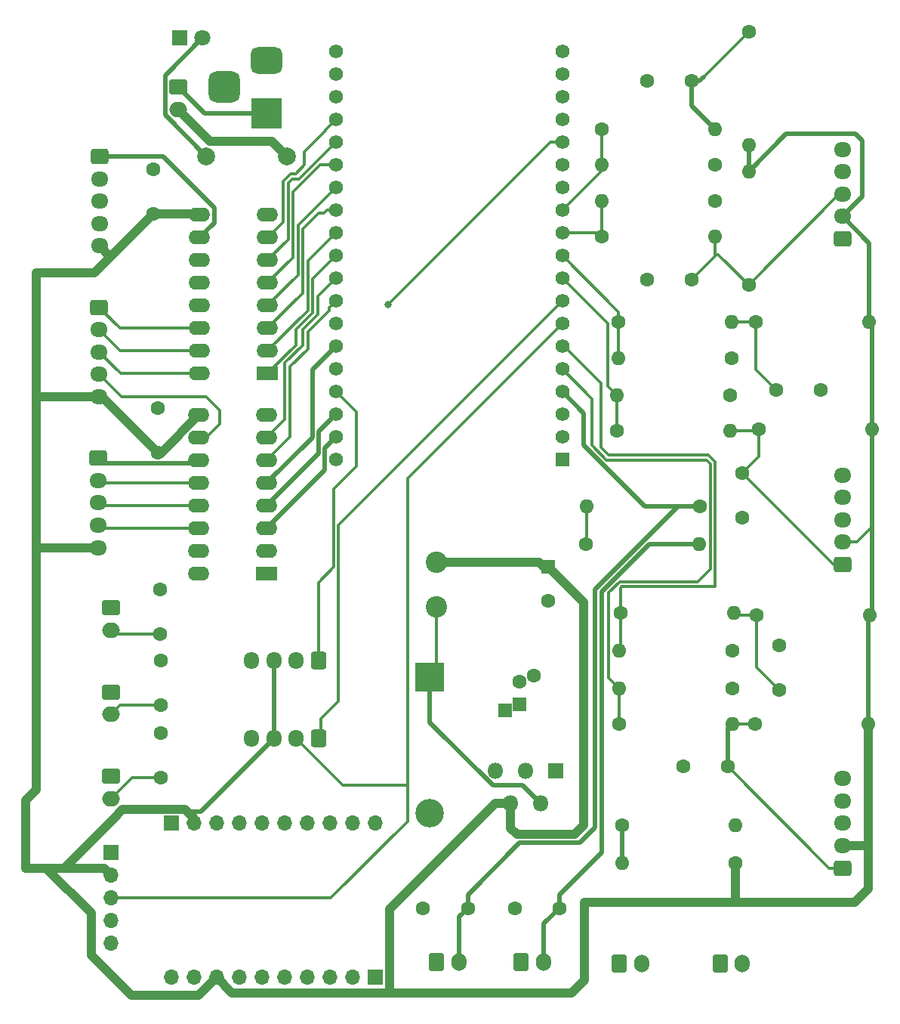
<source format=gbr>
%TF.GenerationSoftware,KiCad,Pcbnew,8.0.9-8.0.9-0~ubuntu24.04.1*%
%TF.CreationDate,2025-02-28T18:05:01+00:00*%
%TF.ProjectId,integrated_board,696e7465-6772-4617-9465-645f626f6172,rev?*%
%TF.SameCoordinates,Original*%
%TF.FileFunction,Copper,L1,Top*%
%TF.FilePolarity,Positive*%
%FSLAX46Y46*%
G04 Gerber Fmt 4.6, Leading zero omitted, Abs format (unit mm)*
G04 Created by KiCad (PCBNEW 8.0.9-8.0.9-0~ubuntu24.04.1) date 2025-02-28 18:05:01*
%MOMM*%
%LPD*%
G01*
G04 APERTURE LIST*
G04 Aperture macros list*
%AMRoundRect*
0 Rectangle with rounded corners*
0 $1 Rounding radius*
0 $2 $3 $4 $5 $6 $7 $8 $9 X,Y pos of 4 corners*
0 Add a 4 corners polygon primitive as box body*
4,1,4,$2,$3,$4,$5,$6,$7,$8,$9,$2,$3,0*
0 Add four circle primitives for the rounded corners*
1,1,$1+$1,$2,$3*
1,1,$1+$1,$4,$5*
1,1,$1+$1,$6,$7*
1,1,$1+$1,$8,$9*
0 Add four rect primitives between the rounded corners*
20,1,$1+$1,$2,$3,$4,$5,0*
20,1,$1+$1,$4,$5,$6,$7,0*
20,1,$1+$1,$6,$7,$8,$9,0*
20,1,$1+$1,$8,$9,$2,$3,0*%
G04 Aperture macros list end*
%TA.AperFunction,ComponentPad*%
%ADD10RoundRect,0.250000X-0.750000X0.600000X-0.750000X-0.600000X0.750000X-0.600000X0.750000X0.600000X0*%
%TD*%
%TA.AperFunction,ComponentPad*%
%ADD11O,2.000000X1.700000*%
%TD*%
%TA.AperFunction,ComponentPad*%
%ADD12C,1.600000*%
%TD*%
%TA.AperFunction,ComponentPad*%
%ADD13O,1.600000X1.600000*%
%TD*%
%TA.AperFunction,ComponentPad*%
%ADD14C,2.000000*%
%TD*%
%TA.AperFunction,ComponentPad*%
%ADD15RoundRect,0.250000X-0.600000X-0.750000X0.600000X-0.750000X0.600000X0.750000X-0.600000X0.750000X0*%
%TD*%
%TA.AperFunction,ComponentPad*%
%ADD16O,1.700000X2.000000*%
%TD*%
%TA.AperFunction,ComponentPad*%
%ADD17R,1.700000X1.700000*%
%TD*%
%TA.AperFunction,ComponentPad*%
%ADD18O,1.700000X1.700000*%
%TD*%
%TA.AperFunction,ComponentPad*%
%ADD19RoundRect,0.250000X0.725000X-0.600000X0.725000X0.600000X-0.725000X0.600000X-0.725000X-0.600000X0*%
%TD*%
%TA.AperFunction,ComponentPad*%
%ADD20O,1.950000X1.700000*%
%TD*%
%TA.AperFunction,ComponentPad*%
%ADD21RoundRect,0.250000X-0.725000X0.600000X-0.725000X-0.600000X0.725000X-0.600000X0.725000X0.600000X0*%
%TD*%
%TA.AperFunction,ComponentPad*%
%ADD22RoundRect,0.250000X0.600000X0.725000X-0.600000X0.725000X-0.600000X-0.725000X0.600000X-0.725000X0*%
%TD*%
%TA.AperFunction,ComponentPad*%
%ADD23O,1.700000X1.950000*%
%TD*%
%TA.AperFunction,ComponentPad*%
%ADD24R,2.400000X1.600000*%
%TD*%
%TA.AperFunction,ComponentPad*%
%ADD25O,2.400000X1.600000*%
%TD*%
%TA.AperFunction,ComponentPad*%
%ADD26R,3.500000X3.500000*%
%TD*%
%TA.AperFunction,ComponentPad*%
%ADD27RoundRect,0.750000X-1.000000X0.750000X-1.000000X-0.750000X1.000000X-0.750000X1.000000X0.750000X0*%
%TD*%
%TA.AperFunction,ComponentPad*%
%ADD28RoundRect,0.875000X-0.875000X0.875000X-0.875000X-0.875000X0.875000X-0.875000X0.875000X0.875000X0*%
%TD*%
%TA.AperFunction,ComponentPad*%
%ADD29R,3.200000X3.200000*%
%TD*%
%TA.AperFunction,ComponentPad*%
%ADD30O,3.200000X3.200000*%
%TD*%
%TA.AperFunction,ComponentPad*%
%ADD31R,1.600000X1.600000*%
%TD*%
%TA.AperFunction,ComponentPad*%
%ADD32C,2.400000*%
%TD*%
%TA.AperFunction,ComponentPad*%
%ADD33R,1.800000X1.800000*%
%TD*%
%TA.AperFunction,ComponentPad*%
%ADD34O,1.800000X1.800000*%
%TD*%
%TA.AperFunction,ComponentPad*%
%ADD35C,1.800000*%
%TD*%
%TA.AperFunction,ComponentPad*%
%ADD36R,1.560000X1.560000*%
%TD*%
%TA.AperFunction,ComponentPad*%
%ADD37C,1.560000*%
%TD*%
%TA.AperFunction,ViaPad*%
%ADD38C,0.800000*%
%TD*%
%TA.AperFunction,Conductor*%
%ADD39C,1.000000*%
%TD*%
%TA.AperFunction,Conductor*%
%ADD40C,0.500000*%
%TD*%
%TA.AperFunction,Conductor*%
%ADD41C,0.350000*%
%TD*%
%TA.AperFunction,Conductor*%
%ADD42C,0.250000*%
%TD*%
G04 APERTURE END LIST*
D10*
%TO.P,J6,1,Pin_1*%
%TO.N,GND*%
X105450000Y-116050000D03*
D11*
%TO.P,J6,2,Pin_2*%
%TO.N,Net-(J6-Pin_2)*%
X105450000Y-118550000D03*
%TD*%
D10*
%TO.P,P1,1,Pin_1*%
%TO.N,Net-(P1-Pin_1)*%
X113000000Y-48250000D03*
D11*
%TO.P,P1,2,Pin_2*%
%TO.N,Net-(P1-Pin_2)*%
X113000000Y-50750000D03*
%TD*%
D12*
%TO.P,R3,1*%
%TO.N,GND*%
X175050000Y-78600000D03*
D13*
%TO.P,R3,2*%
%TO.N,encoderY_1*%
X162350000Y-78600000D03*
%TD*%
D14*
%TO.P,R7,1*%
%TO.N,Net-(D2-A)*%
X116200000Y-56000000D03*
%TO.P,R7,2*%
%TO.N,Net-(P1-Pin_2)*%
X125200000Y-56000000D03*
%TD*%
D15*
%TO.P,J4,1,Pin_1*%
%TO.N,GND*%
X151500000Y-146250000D03*
D16*
%TO.P,J4,2,Pin_2*%
%TO.N,Net-(J4-Pin_2)*%
X154000000Y-146250000D03*
%TD*%
D12*
%TO.P,R4,1*%
%TO.N,Net-(J14-Pin_1)*%
X178100000Y-86600000D03*
D13*
%TO.P,R4,2*%
%TO.N,+5V*%
X190800000Y-86600000D03*
%TD*%
D17*
%TO.P,J10,1,Pin_1*%
%TO.N,GND*%
X105500000Y-134000000D03*
D18*
%TO.P,J10,2,Pin_2*%
%TO.N,+5V*%
X105500000Y-136540000D03*
%TO.P,J10,3,Pin_3*%
%TO.N,I2C_SDA*%
X105500000Y-139080000D03*
%TO.P,J10,4,Pin_4*%
%TO.N,I2C_SCL*%
X105500000Y-141620000D03*
%TO.P,J10,5,Pin_5*%
%TO.N,I2C_INT*%
X105500000Y-144160000D03*
%TD*%
D15*
%TO.P,J11,1,Pin_1*%
%TO.N,GND*%
X142000000Y-146250000D03*
D16*
%TO.P,J11,2,Pin_2*%
%TO.N,Net-(J11-Pin_2)*%
X144500000Y-146250000D03*
%TD*%
D12*
%TO.P,C9,1*%
%TO.N,GND*%
X165600000Y-47600000D03*
%TO.P,C9,2*%
%TO.N,Net-(J12-Pin_1)*%
X170600000Y-47600000D03*
%TD*%
D19*
%TO.P,J12,1,Pin_1*%
%TO.N,Net-(J12-Pin_1)*%
X187500000Y-65250000D03*
D20*
%TO.P,J12,2,Pin_2*%
%TO.N,+5V*%
X187500000Y-62750000D03*
%TO.P,J12,3,Pin_3*%
%TO.N,Net-(J12-Pin_3)*%
X187500000Y-60250000D03*
%TO.P,J12,4,Pin_4*%
%TO.N,unconnected-(J12-Pin_4-Pad4)*%
X187500000Y-57750000D03*
%TO.P,J12,5,Pin_5*%
%TO.N,GND*%
X187500000Y-55250000D03*
%TD*%
D12*
%TO.P,R23,1*%
%TO.N,encoderZ_1*%
X162650000Y-107200000D03*
D13*
%TO.P,R23,2*%
%TO.N,Net-(J16-Pin_3)*%
X175350000Y-107200000D03*
%TD*%
D12*
%TO.P,R24,1*%
%TO.N,GND*%
X175200000Y-111400000D03*
D13*
%TO.P,R24,2*%
%TO.N,encoderZ_1*%
X162500000Y-111400000D03*
%TD*%
D12*
%TO.P,R25,1*%
%TO.N,Net-(J16-Pin_1)*%
X177700000Y-119600000D03*
D13*
%TO.P,R25,2*%
%TO.N,+5V*%
X190400000Y-119600000D03*
%TD*%
D12*
%TO.P,C3,1*%
%TO.N,GND*%
X110200000Y-57500000D03*
%TO.P,C3,2*%
%TO.N,+5V*%
X110200000Y-62500000D03*
%TD*%
%TO.P,C12,1*%
%TO.N,GND*%
X111050000Y-112500000D03*
%TO.P,C12,2*%
%TO.N,Net-(J6-Pin_2)*%
X111050000Y-117500000D03*
%TD*%
D21*
%TO.P,J13,1,Pin_1*%
%TO.N,Net-(J13-Pin_1)*%
X104200000Y-56050000D03*
D20*
%TO.P,J13,2,Pin_2*%
%TO.N,Net-(J13-Pin_2)*%
X104200000Y-58550000D03*
%TO.P,J13,3,Pin_3*%
%TO.N,Net-(J13-Pin_3)*%
X104200000Y-61050000D03*
%TO.P,J13,4,Pin_4*%
%TO.N,Net-(J13-Pin_4)*%
X104200000Y-63550000D03*
%TO.P,J13,5,Pin_5*%
%TO.N,+5V*%
X104200000Y-66050000D03*
%TD*%
D12*
%TO.P,R15,1*%
%TO.N,GND*%
X173200000Y-57000000D03*
D13*
%TO.P,R15,2*%
%TO.N,encoderX_1*%
X160500000Y-57000000D03*
%TD*%
D12*
%TO.P,R8,1*%
%TO.N,Net-(J11-Pin_2)*%
X171500000Y-95250000D03*
D13*
%TO.P,R8,2*%
%TO.N,Net-(R16-Pad2)*%
X158800000Y-95250000D03*
%TD*%
D22*
%TO.P,P2,1,Pin_1*%
%TO.N,I2C_SCL*%
X128750000Y-121250000D03*
D23*
%TO.P,P2,2,Pin_2*%
%TO.N,I2C_SDA*%
X126250000Y-121250000D03*
%TO.P,P2,3,Pin_3*%
%TO.N,+5V*%
X123750000Y-121250000D03*
%TO.P,P2,4,Pin_4*%
%TO.N,GND*%
X121250000Y-121250000D03*
%TD*%
D12*
%TO.P,R13,1*%
%TO.N,Net-(J12-Pin_1)*%
X177000000Y-42050000D03*
D13*
%TO.P,R13,2*%
%TO.N,+5V*%
X177000000Y-54750000D03*
%TD*%
D12*
%TO.P,R12,1*%
%TO.N,GND*%
X173250000Y-61000000D03*
D13*
%TO.P,R12,2*%
%TO.N,encoderX_2*%
X160550000Y-61000000D03*
%TD*%
D24*
%TO.P,U1,1,I1*%
%TO.N,unconnected-(U1-I1-Pad1)*%
X122950000Y-102780000D03*
D25*
%TO.P,U1,2,I2*%
%TO.N,unconnected-(U1-I2-Pad2)*%
X122950000Y-100240000D03*
%TO.P,U1,3,I3*%
%TO.N,Net-(U1-I3)*%
X122950000Y-97700000D03*
%TO.P,U1,4,I4*%
%TO.N,Net-(U1-I4)*%
X122950000Y-95160000D03*
%TO.P,U1,5,I5*%
%TO.N,Net-(U1-I5)*%
X122950000Y-92620000D03*
%TO.P,U1,6,I6*%
%TO.N,Net-(U1-I6)*%
X122950000Y-90080000D03*
%TO.P,U1,7,I7*%
%TO.N,Net-(U1-I7)*%
X122950000Y-87540000D03*
%TO.P,U1,8,GND*%
%TO.N,GND*%
X122950000Y-85000000D03*
%TO.P,U1,9,COM*%
%TO.N,+5V*%
X115330000Y-85000000D03*
%TO.P,U1,10,O7*%
%TO.N,Net-(J15-Pin_4)*%
X115330000Y-87540000D03*
%TO.P,U1,11,O6*%
%TO.N,Net-(J17-Pin_1)*%
X115330000Y-90080000D03*
%TO.P,U1,12,O5*%
%TO.N,Net-(J17-Pin_2)*%
X115330000Y-92620000D03*
%TO.P,U1,13,O4*%
%TO.N,Net-(J17-Pin_3)*%
X115330000Y-95160000D03*
%TO.P,U1,14,O3*%
%TO.N,Net-(J17-Pin_4)*%
X115330000Y-97700000D03*
%TO.P,U1,15,O2*%
%TO.N,unconnected-(U1-O2-Pad15)*%
X115330000Y-100240000D03*
%TO.P,U1,16,O1*%
%TO.N,unconnected-(U1-O1-Pad16)*%
X115330000Y-102780000D03*
%TD*%
D12*
%TO.P,C7,1*%
%TO.N,GND*%
X111000000Y-104550000D03*
%TO.P,C7,2*%
%TO.N,Net-(J5-Pin_2)*%
X111000000Y-109550000D03*
%TD*%
D19*
%TO.P,J14,1,Pin_1*%
%TO.N,Net-(J14-Pin_1)*%
X187500000Y-101750000D03*
D20*
%TO.P,J14,2,Pin_2*%
%TO.N,+5V*%
X187500000Y-99250000D03*
%TO.P,J14,3,Pin_3*%
%TO.N,Net-(J14-Pin_3)*%
X187500000Y-96750000D03*
%TO.P,J14,4,Pin_4*%
%TO.N,unconnected-(J14-Pin_4-Pad4)*%
X187500000Y-94250000D03*
%TO.P,J14,5,Pin_5*%
%TO.N,GND*%
X187500000Y-91750000D03*
%TD*%
D10*
%TO.P,J7,1,Pin_1*%
%TO.N,GND*%
X105450000Y-125500000D03*
D11*
%TO.P,J7,2,Pin_2*%
%TO.N,Net-(J7-Pin_2)*%
X105450000Y-128000000D03*
%TD*%
D22*
%TO.P,P16,1,Pin_1*%
%TO.N,TX*%
X128750000Y-112500000D03*
D23*
%TO.P,P16,2,Pin_2*%
%TO.N,RX*%
X126250000Y-112500000D03*
%TO.P,P16,3,Pin_3*%
%TO.N,+5V*%
X123750000Y-112500000D03*
%TO.P,P16,4,Pin_4*%
%TO.N,GND*%
X121250000Y-112500000D03*
%TD*%
D26*
%TO.P,CON1,1*%
%TO.N,Net-(P1-Pin_1)*%
X122907500Y-51250000D03*
D27*
%TO.P,CON1,2*%
%TO.N,GND*%
X122907500Y-45250000D03*
D28*
%TO.P,CON1,3*%
X118207500Y-48250000D03*
%TD*%
D15*
%TO.P,P10,1,Pin_1*%
%TO.N,Net-(P1-Pin_2)*%
X162500000Y-146500000D03*
D16*
%TO.P,P10,2,Pin_2*%
%TO.N,GND*%
X165000000Y-146500000D03*
%TD*%
D12*
%TO.P,R2,1*%
%TO.N,encoderY_1*%
X162400000Y-74600000D03*
D13*
%TO.P,R2,2*%
%TO.N,Net-(J14-Pin_3)*%
X175100000Y-74600000D03*
%TD*%
D12*
%TO.P,C4,1*%
%TO.N,GND*%
X110750000Y-84200000D03*
%TO.P,C4,2*%
%TO.N,+5V*%
X110750000Y-89200000D03*
%TD*%
D15*
%TO.P,P15,1,Pin_1*%
%TO.N,Net-(P1-Pin_2)*%
X173800000Y-146500000D03*
D16*
%TO.P,P15,2,Pin_2*%
%TO.N,GND*%
X176300000Y-146500000D03*
%TD*%
D29*
%TO.P,D1,1,K*%
%TO.N,Net-(D1-K)*%
X141250000Y-114380000D03*
D30*
%TO.P,D1,2,A*%
%TO.N,GND*%
X141250000Y-129620000D03*
%TD*%
D31*
%TO.P,C5,1*%
%TO.N,Net-(P1-Pin_2)*%
X149700000Y-118070937D03*
X151300000Y-117400000D03*
D12*
%TO.P,C5,2*%
%TO.N,GND*%
X151300000Y-114900000D03*
X152900000Y-114229063D03*
%TD*%
%TO.P,R6,1*%
%TO.N,GND*%
X174900000Y-82800000D03*
D13*
%TO.P,R6,2*%
%TO.N,encoderY_2*%
X162200000Y-82800000D03*
%TD*%
D19*
%TO.P,J16,1,Pin_1*%
%TO.N,Net-(J16-Pin_1)*%
X187500000Y-135750000D03*
D20*
%TO.P,J16,2,Pin_2*%
%TO.N,+5V*%
X187500000Y-133250000D03*
%TO.P,J16,3,Pin_3*%
%TO.N,Net-(J16-Pin_3)*%
X187500000Y-130750000D03*
%TO.P,J16,4,Pin_4*%
%TO.N,unconnected-(J16-Pin_4-Pad4)*%
X187500000Y-128250000D03*
%TO.P,J16,5,Pin_5*%
%TO.N,GND*%
X187500000Y-125750000D03*
%TD*%
D12*
%TO.P,R17,1*%
%TO.N,Net-(R16-Pad2)*%
X162800000Y-130950000D03*
D13*
%TO.P,R17,2*%
%TO.N,GND*%
X175500000Y-130950000D03*
%TD*%
D12*
%TO.P,R1,1*%
%TO.N,Net-(J14-Pin_3)*%
X177800000Y-74600000D03*
D13*
%TO.P,R1,2*%
%TO.N,+5V*%
X190500000Y-74600000D03*
%TD*%
D12*
%TO.P,C14,1*%
%TO.N,GND*%
X150750000Y-140250000D03*
%TO.P,C14,2*%
%TO.N,Net-(J4-Pin_2)*%
X155750000Y-140250000D03*
%TD*%
%TO.P,C8,1*%
%TO.N,GND*%
X165600000Y-69800000D03*
%TO.P,C8,2*%
%TO.N,Net-(J12-Pin_3)*%
X170600000Y-69800000D03*
%TD*%
D32*
%TO.P,L1,1,1*%
%TO.N,Net-(D1-K)*%
X142000000Y-106500000D03*
%TO.P,L1,2,2*%
%TO.N,+5V*%
X142000000Y-101500000D03*
%TD*%
D12*
%TO.P,C11,1*%
%TO.N,GND*%
X169700000Y-124400000D03*
%TO.P,C11,2*%
%TO.N,Net-(J16-Pin_1)*%
X174700000Y-124400000D03*
%TD*%
D33*
%TO.P,U3,1,VIN*%
%TO.N,Net-(P1-Pin_2)*%
X155400000Y-124850000D03*
D34*
%TO.P,U3,2,OUT*%
%TO.N,Net-(D1-K)*%
X153700000Y-128550000D03*
%TO.P,U3,3,GND*%
%TO.N,GND*%
X152000000Y-124850000D03*
%TO.P,U3,4,FB*%
%TO.N,+5V*%
X150300000Y-128550000D03*
%TO.P,U3,5,~{ON}/OFF*%
%TO.N,GND*%
X148600000Y-124850000D03*
%TD*%
D12*
%TO.P,R5,1*%
%TO.N,encoderY_2*%
X162200000Y-86800000D03*
D13*
%TO.P,R5,2*%
%TO.N,Net-(J14-Pin_1)*%
X174900000Y-86800000D03*
%TD*%
D21*
%TO.P,J17,1,Pin_1*%
%TO.N,Net-(J17-Pin_1)*%
X104050000Y-89850000D03*
D20*
%TO.P,J17,2,Pin_2*%
%TO.N,Net-(J17-Pin_2)*%
X104050000Y-92350000D03*
%TO.P,J17,3,Pin_3*%
%TO.N,Net-(J17-Pin_3)*%
X104050000Y-94850000D03*
%TO.P,J17,4,Pin_4*%
%TO.N,Net-(J17-Pin_4)*%
X104050000Y-97350000D03*
%TO.P,J17,5,Pin_5*%
%TO.N,+5V*%
X104050000Y-99850000D03*
%TD*%
D12*
%TO.P,R14,1*%
%TO.N,encoderX_1*%
X160500000Y-53000000D03*
D13*
%TO.P,R14,2*%
%TO.N,Net-(J12-Pin_1)*%
X173200000Y-53000000D03*
%TD*%
D12*
%TO.P,C1,1*%
%TO.N,GND*%
X185100000Y-82200000D03*
%TO.P,C1,2*%
%TO.N,Net-(J14-Pin_3)*%
X180100000Y-82200000D03*
%TD*%
%TO.P,C15,1*%
%TO.N,GND*%
X140500000Y-140250000D03*
%TO.P,C15,2*%
%TO.N,Net-(J11-Pin_2)*%
X145500000Y-140250000D03*
%TD*%
%TO.P,R10,1*%
%TO.N,Net-(J12-Pin_3)*%
X177000000Y-70400000D03*
D13*
%TO.P,R10,2*%
%TO.N,+5V*%
X177000000Y-57700000D03*
%TD*%
D33*
%TO.P,D2,1,K*%
%TO.N,GND*%
X113210000Y-42750000D03*
D35*
%TO.P,D2,2,A*%
%TO.N,Net-(D2-A)*%
X115750000Y-42750000D03*
%TD*%
D12*
%TO.P,R26,1*%
%TO.N,encoderZ_2*%
X162450000Y-119600000D03*
D13*
%TO.P,R26,2*%
%TO.N,Net-(J16-Pin_1)*%
X175150000Y-119600000D03*
%TD*%
D12*
%TO.P,R11,1*%
%TO.N,encoderX_2*%
X160500000Y-65000000D03*
D13*
%TO.P,R11,2*%
%TO.N,Net-(J12-Pin_3)*%
X173200000Y-65000000D03*
%TD*%
D12*
%TO.P,R9,1*%
%TO.N,Net-(R16-Pad2)*%
X158750000Y-99500000D03*
D13*
%TO.P,R9,2*%
%TO.N,Net-(J4-Pin_2)*%
X171450000Y-99500000D03*
%TD*%
D24*
%TO.P,U2,1,I1*%
%TO.N,Net-(U2-I1)*%
X123025000Y-80375000D03*
D25*
%TO.P,U2,2,I2*%
%TO.N,Net-(U2-I2)*%
X123025000Y-77835000D03*
%TO.P,U2,3,I3*%
%TO.N,Net-(U2-I3)*%
X123025000Y-75295000D03*
%TO.P,U2,4,I4*%
%TO.N,Net-(U2-I4)*%
X123025000Y-72755000D03*
%TO.P,U2,5,I5*%
%TO.N,Net-(U2-I5)*%
X123025000Y-70215000D03*
%TO.P,U2,6,I6*%
%TO.N,Net-(U2-I6)*%
X123025000Y-67675000D03*
%TO.P,U2,7,I7*%
%TO.N,Net-(U2-I7)*%
X123025000Y-65135000D03*
%TO.P,U2,8,GND*%
%TO.N,GND*%
X123025000Y-62595000D03*
%TO.P,U2,9,COM*%
%TO.N,+5V*%
X115405000Y-62595000D03*
%TO.P,U2,10,O7*%
%TO.N,Net-(J13-Pin_1)*%
X115405000Y-65135000D03*
%TO.P,U2,11,O6*%
%TO.N,Net-(J13-Pin_2)*%
X115405000Y-67675000D03*
%TO.P,U2,12,O5*%
%TO.N,Net-(J13-Pin_3)*%
X115405000Y-70215000D03*
%TO.P,U2,13,O4*%
%TO.N,Net-(J13-Pin_4)*%
X115405000Y-72755000D03*
%TO.P,U2,14,O3*%
%TO.N,Net-(J15-Pin_1)*%
X115405000Y-75295000D03*
%TO.P,U2,15,O2*%
%TO.N,Net-(J15-Pin_2)*%
X115405000Y-77835000D03*
%TO.P,U2,16,O1*%
%TO.N,Net-(J15-Pin_3)*%
X115405000Y-80375000D03*
%TD*%
D12*
%TO.P,R27,1*%
%TO.N,GND*%
X175150000Y-115600000D03*
D13*
%TO.P,R27,2*%
%TO.N,encoderZ_2*%
X162450000Y-115600000D03*
%TD*%
D21*
%TO.P,J15,1,Pin_1*%
%TO.N,Net-(J15-Pin_1)*%
X104150000Y-72950000D03*
D20*
%TO.P,J15,2,Pin_2*%
%TO.N,Net-(J15-Pin_2)*%
X104150000Y-75450000D03*
%TO.P,J15,3,Pin_3*%
%TO.N,Net-(J15-Pin_3)*%
X104150000Y-77950000D03*
%TO.P,J15,4,Pin_4*%
%TO.N,Net-(J15-Pin_4)*%
X104150000Y-80450000D03*
%TO.P,J15,5,Pin_5*%
%TO.N,+5V*%
X104150000Y-82950000D03*
%TD*%
D12*
%TO.P,R22,1*%
%TO.N,Net-(J16-Pin_3)*%
X177900000Y-107400000D03*
D13*
%TO.P,R22,2*%
%TO.N,+5V*%
X190600000Y-107400000D03*
%TD*%
D12*
%TO.P,R16,1*%
%TO.N,+5V*%
X175500000Y-135200000D03*
D13*
%TO.P,R16,2*%
%TO.N,Net-(R16-Pad2)*%
X162800000Y-135200000D03*
%TD*%
D12*
%TO.P,C13,1*%
%TO.N,GND*%
X111050000Y-120600000D03*
%TO.P,C13,2*%
%TO.N,Net-(J7-Pin_2)*%
X111050000Y-125600000D03*
%TD*%
%TO.P,C2,1*%
%TO.N,GND*%
X176250000Y-96500000D03*
%TO.P,C2,2*%
%TO.N,Net-(J14-Pin_1)*%
X176250000Y-91500000D03*
%TD*%
D31*
%TO.P,C6,1*%
%TO.N,+5V*%
X154500000Y-102000000D03*
D12*
%TO.P,C6,2*%
%TO.N,GND*%
X154500000Y-105800000D03*
%TD*%
D10*
%TO.P,J5,1,Pin_1*%
%TO.N,GND*%
X105450000Y-106600000D03*
D11*
%TO.P,J5,2,Pin_2*%
%TO.N,Net-(J5-Pin_2)*%
X105450000Y-109100000D03*
%TD*%
D36*
%TO.P,U4,1,3V3*%
%TO.N,+3V3*%
X156100000Y-90000000D03*
D37*
%TO.P,U4,2,EN*%
%TO.N,unconnected-(U4-EN-Pad2)*%
X156100000Y-87460000D03*
%TO.P,U4,3,SENSOR_VP*%
%TO.N,Net-(J4-Pin_2)*%
X156100000Y-84920000D03*
%TO.P,U4,4,SENSOR_VN*%
%TO.N,Net-(J11-Pin_2)*%
X156100000Y-82380000D03*
%TO.P,U4,5,IO34*%
%TO.N,encoderZ_2*%
X156100000Y-79840000D03*
%TO.P,U4,6,IO35*%
%TO.N,encoderZ_1*%
X156100000Y-77300000D03*
%TO.P,U4,7,IO32*%
%TO.N,I2C_SDA*%
X156100000Y-74760000D03*
%TO.P,U4,8,IO33*%
%TO.N,I2C_SCL*%
X156100000Y-72220000D03*
%TO.P,U4,9,IO25*%
%TO.N,encoderY_2*%
X156100000Y-69680000D03*
%TO.P,U4,10,IO26*%
%TO.N,encoderY_1*%
X156100000Y-67140000D03*
%TO.P,U4,11,IO27*%
%TO.N,encoderX_2*%
X156100000Y-64600000D03*
%TO.P,U4,12,IO14*%
%TO.N,encoderX_1*%
X156100000Y-62060000D03*
%TO.P,U4,13,IO12*%
%TO.N,unconnected-(U4-IO12-Pad13)*%
X156100000Y-59520000D03*
%TO.P,U4,14,GND1*%
%TO.N,GND*%
X156100000Y-56980000D03*
%TO.P,U4,15,IO13*%
%TO.N,I2C_INT*%
X156100000Y-54440000D03*
%TO.P,U4,16,SD2*%
%TO.N,unconnected-(U4-SD2-Pad16)*%
X156100000Y-51900000D03*
%TO.P,U4,17,SD3*%
%TO.N,unconnected-(U4-SD3-Pad17)*%
X156100000Y-49360000D03*
%TO.P,U4,18,CMD*%
%TO.N,unconnected-(U4-CMD-Pad18)*%
X156100000Y-46820000D03*
%TO.P,U4,19,EXT_5V*%
%TO.N,+5V*%
X156100000Y-44280000D03*
%TO.P,U4,20,GND3*%
%TO.N,GND*%
X130700000Y-90000000D03*
%TO.P,U4,21,IO23*%
%TO.N,Net-(U1-I3)*%
X130700000Y-87460000D03*
%TO.P,U4,22,IO22*%
%TO.N,Net-(U1-I4)*%
X130700000Y-84920000D03*
%TO.P,U4,23,TXD0*%
%TO.N,TX*%
X130700000Y-82380000D03*
%TO.P,U4,24,RXD0*%
%TO.N,RX*%
X130700000Y-79840000D03*
%TO.P,U4,25,IO21*%
%TO.N,Net-(U1-I5)*%
X130700000Y-77300000D03*
%TO.P,U4,26,GND2*%
%TO.N,GND*%
X130700000Y-74760000D03*
%TO.P,U4,27,IO19*%
%TO.N,Net-(U1-I6)*%
X130700000Y-72220000D03*
%TO.P,U4,28,IO18*%
%TO.N,Net-(U1-I7)*%
X130700000Y-69680000D03*
%TO.P,U4,29,IO5*%
%TO.N,Net-(U2-I1)*%
X130700000Y-67140000D03*
%TO.P,U4,30,IO17*%
%TO.N,Net-(U2-I2)*%
X130700000Y-64600000D03*
%TO.P,U4,31,IO16*%
%TO.N,Net-(U2-I3)*%
X130700000Y-62060000D03*
%TO.P,U4,32,IO4*%
%TO.N,Net-(U2-I4)*%
X130700000Y-59520000D03*
%TO.P,U4,33,IO0*%
%TO.N,Net-(U2-I5)*%
X130700000Y-56980000D03*
%TO.P,U4,34,IO2*%
%TO.N,Net-(U2-I6)*%
X130700000Y-54440000D03*
%TO.P,U4,35,IO15*%
%TO.N,Net-(U2-I7)*%
X130700000Y-51900000D03*
%TO.P,U4,36,SD1*%
%TO.N,unconnected-(U4-SD1-Pad36)*%
X130700000Y-49360000D03*
%TO.P,U4,37,SD0*%
%TO.N,unconnected-(U4-SD0-Pad37)*%
X130700000Y-46820000D03*
%TO.P,U4,38,CLK*%
%TO.N,unconnected-(U4-CLK-Pad38)*%
X130700000Y-44280000D03*
%TD*%
D12*
%TO.P,C10,1*%
%TO.N,GND*%
X180400000Y-110800000D03*
%TO.P,C10,2*%
%TO.N,Net-(J16-Pin_3)*%
X180400000Y-115800000D03*
%TD*%
D17*
%TO.P,J8,1,Pin_1*%
%TO.N,unconnected-(J8-Pin_1-Pad1)*%
X135110000Y-148000000D03*
D18*
%TO.P,J8,2,Pin_2*%
%TO.N,unconnected-(J8-Pin_2-Pad2)*%
X132570000Y-148000000D03*
%TO.P,J8,3,Pin_3*%
%TO.N,unconnected-(J8-Pin_3-Pad3)*%
X130030000Y-148000000D03*
%TO.P,J8,4,Pin_4*%
%TO.N,unconnected-(J8-Pin_4-Pad4)*%
X127490000Y-148000000D03*
%TO.P,J8,5,Pin_5*%
%TO.N,unconnected-(J8-Pin_5-Pad5)*%
X124950000Y-148000000D03*
%TO.P,J8,6,Pin_6*%
%TO.N,unconnected-(J8-Pin_6-Pad6)*%
X122410000Y-148000000D03*
%TO.P,J8,7,Pin_7*%
%TO.N,unconnected-(J8-Pin_7-Pad7)*%
X119870000Y-148000000D03*
%TO.P,J8,8,Pin_8*%
%TO.N,+5V*%
X117330000Y-148000000D03*
%TO.P,J8,9,Pin_9*%
%TO.N,GND*%
X114790000Y-148000000D03*
%TO.P,J8,10,Pin_10*%
%TO.N,unconnected-(J8-Pin_10-Pad10)*%
X112250000Y-148000000D03*
%TD*%
D17*
%TO.P,J9,1,Pin_1*%
%TO.N,GND*%
X112260000Y-130750000D03*
D18*
%TO.P,J9,2,Pin_2*%
%TO.N,+5V*%
X114800000Y-130750000D03*
%TO.P,J9,3,Pin_3*%
%TO.N,unconnected-(J9-Pin_3-Pad3)*%
X117340000Y-130750000D03*
%TO.P,J9,4,Pin_4*%
%TO.N,unconnected-(J9-Pin_4-Pad4)*%
X119880000Y-130750000D03*
%TO.P,J9,5,Pin_5*%
%TO.N,unconnected-(J9-Pin_5-Pad5)*%
X122420000Y-130750000D03*
%TO.P,J9,6,Pin_6*%
%TO.N,unconnected-(J9-Pin_6-Pad6)*%
X124960000Y-130750000D03*
%TO.P,J9,7,Pin_7*%
%TO.N,unconnected-(J9-Pin_7-Pad7)*%
X127500000Y-130750000D03*
%TO.P,J9,8,Pin_8*%
%TO.N,Net-(J7-Pin_2)*%
X130040000Y-130750000D03*
%TO.P,J9,9,Pin_9*%
%TO.N,Net-(J6-Pin_2)*%
X132580000Y-130750000D03*
%TO.P,J9,10,Pin_10*%
%TO.N,Net-(J5-Pin_2)*%
X135120000Y-130750000D03*
%TD*%
D38*
%TO.N,I2C_INT*%
X136600000Y-72600000D03*
%TD*%
D39*
%TO.N,GND*%
X114750000Y-148035000D02*
X114785000Y-148000000D01*
%TO.N,+5V*%
X148578679Y-128550000D02*
X136750000Y-140378679D01*
X190400000Y-133250000D02*
X187500000Y-133250000D01*
X95950000Y-128150000D02*
X97150000Y-126950000D01*
D40*
X189750000Y-54250000D02*
X189750000Y-60500000D01*
D39*
X190400000Y-138100000D02*
X190400000Y-133250000D01*
X97150000Y-126950000D02*
X97150000Y-99750000D01*
X175500000Y-139600000D02*
X175500000Y-135200000D01*
X97150000Y-99750000D02*
X97150000Y-98550000D01*
X154000000Y-102000000D02*
X153500000Y-101500000D01*
X97150000Y-69100000D02*
X103600000Y-69100000D01*
X98250000Y-135750000D02*
X95950000Y-135750000D01*
X190400000Y-133250000D02*
X190400000Y-119600000D01*
D40*
X106550000Y-129450000D02*
X115550000Y-129450000D01*
X115550000Y-129450000D02*
X123750000Y-121250000D01*
D39*
X106800000Y-129200000D02*
X113810000Y-129200000D01*
D40*
X177000000Y-54750000D02*
X177000000Y-57700000D01*
X177000000Y-57700000D02*
X181200000Y-53500000D01*
D41*
X189100000Y-99250000D02*
X190600000Y-97750000D01*
D39*
X107750000Y-150000000D02*
X115330000Y-150000000D01*
X158600000Y-139600000D02*
X188900000Y-139600000D01*
X105750000Y-130250000D02*
X106800000Y-129200000D01*
D40*
X190600000Y-107150000D02*
X190800000Y-106950000D01*
D39*
X110750000Y-89200000D02*
X111130000Y-89200000D01*
X103600000Y-69100000D02*
X105600000Y-67100000D01*
X158600000Y-148300000D02*
X158600000Y-139600000D01*
X104150000Y-82950000D02*
X104500000Y-82950000D01*
X158500000Y-106000000D02*
X158500000Y-131000000D01*
X105250000Y-67100000D02*
X104200000Y-66050000D01*
D40*
X190800000Y-106950000D02*
X190800000Y-86600000D01*
X189750000Y-60500000D02*
X187500000Y-62750000D01*
D39*
X111130000Y-89200000D02*
X115330000Y-85000000D01*
D40*
X190400000Y-119600000D02*
X190400000Y-107600000D01*
D39*
X157500000Y-132000000D02*
X151000000Y-132000000D01*
D40*
X190500000Y-65750000D02*
X190500000Y-74600000D01*
D39*
X117330000Y-148000000D02*
X119080000Y-149750000D01*
D40*
X177100000Y-57800000D02*
X177000000Y-57700000D01*
D39*
X154500000Y-102000000D02*
X158500000Y-106000000D01*
D40*
X190600000Y-107400000D02*
X190600000Y-107150000D01*
X105750000Y-130250000D02*
X106550000Y-129450000D01*
D39*
X150300000Y-128550000D02*
X148578679Y-128550000D01*
X188900000Y-139600000D02*
X190400000Y-138100000D01*
X153500000Y-101500000D02*
X142000000Y-101500000D01*
X136750000Y-140378679D02*
X136750000Y-149750000D01*
D41*
X187500000Y-99250000D02*
X189100000Y-99250000D01*
D39*
X97350000Y-82950000D02*
X104150000Y-82950000D01*
X103250000Y-145500000D02*
X107750000Y-150000000D01*
X105600000Y-67100000D02*
X110200000Y-62500000D01*
D40*
X189000000Y-53500000D02*
X189750000Y-54250000D01*
D39*
X150300000Y-131300000D02*
X150300000Y-128550000D01*
X103250000Y-140750000D02*
X103250000Y-145500000D01*
X105600000Y-67100000D02*
X105250000Y-67100000D01*
X100250000Y-135750000D02*
X98250000Y-135750000D01*
X151000000Y-132000000D02*
X150300000Y-131300000D01*
X104500000Y-82950000D02*
X110750000Y-89200000D01*
D40*
X123750000Y-112500000D02*
X123750000Y-121250000D01*
D39*
X97250000Y-99850000D02*
X104050000Y-99850000D01*
X115330000Y-150000000D02*
X117330000Y-148000000D01*
X97150000Y-98550000D02*
X97150000Y-82750000D01*
X97150000Y-82750000D02*
X97350000Y-82950000D01*
X98250000Y-135750000D02*
X104710000Y-135750000D01*
X119080000Y-149750000D02*
X136750000Y-149750000D01*
X157150000Y-149750000D02*
X158600000Y-148300000D01*
X104710000Y-135750000D02*
X105500000Y-136540000D01*
X158500000Y-131000000D02*
X157500000Y-132000000D01*
X136750000Y-149750000D02*
X157150000Y-149750000D01*
D40*
X190800000Y-86600000D02*
X190800000Y-74900000D01*
D39*
X154500000Y-102000000D02*
X154000000Y-102000000D01*
D40*
X190800000Y-74900000D02*
X190500000Y-74600000D01*
D39*
X97150000Y-82750000D02*
X97150000Y-79000000D01*
X113810000Y-129200000D02*
X114800000Y-130190000D01*
D40*
X181200000Y-53500000D02*
X189000000Y-53500000D01*
D39*
X97150000Y-99750000D02*
X97250000Y-99850000D01*
X98250000Y-135750000D02*
X103250000Y-140750000D01*
X114800000Y-130190000D02*
X114800000Y-130750000D01*
X95950000Y-135750000D02*
X95950000Y-128150000D01*
X105750000Y-130250000D02*
X100250000Y-135750000D01*
X97150000Y-79000000D02*
X97150000Y-69100000D01*
D40*
X190400000Y-107600000D02*
X190600000Y-107400000D01*
X187500000Y-62750000D02*
X190500000Y-65750000D01*
D39*
X110200000Y-62500000D02*
X115310000Y-62500000D01*
D40*
%TO.N,Net-(D1-K)*%
X151650000Y-126500000D02*
X153700000Y-128550000D01*
X141250000Y-119409189D02*
X148340811Y-126500000D01*
X141250000Y-114380000D02*
X141250000Y-119409189D01*
D41*
X142000000Y-106500000D02*
X142000000Y-113630000D01*
X142000000Y-113630000D02*
X141250000Y-114380000D01*
D40*
X148340811Y-126500000D02*
X151650000Y-126500000D01*
%TO.N,Net-(D2-A)*%
X111550000Y-46950000D02*
X115750000Y-42750000D01*
X111550000Y-51350000D02*
X111550000Y-46950000D01*
X116200000Y-56000000D02*
X111550000Y-51350000D01*
%TO.N,Net-(J13-Pin_1)*%
X117055000Y-61805000D02*
X111300000Y-56050000D01*
X111300000Y-56050000D02*
X104250000Y-56050000D01*
X115405000Y-65135000D02*
X117055000Y-63485000D01*
X117055000Y-63485000D02*
X117055000Y-61805000D01*
D41*
%TO.N,Net-(J15-Pin_1)*%
X115405000Y-75295000D02*
X106495000Y-75295000D01*
X106495000Y-75295000D02*
X104150000Y-72950000D01*
%TO.N,Net-(J15-Pin_2)*%
X104150000Y-75450000D02*
X106535000Y-77835000D01*
X106535000Y-77835000D02*
X115405000Y-77835000D01*
%TO.N,Net-(J15-Pin_3)*%
X106575000Y-80375000D02*
X115405000Y-80375000D01*
X104150000Y-77950000D02*
X106575000Y-80375000D01*
%TO.N,Net-(J15-Pin_4)*%
X116200000Y-83000000D02*
X117700000Y-84500000D01*
X117700000Y-84500000D02*
X117700000Y-86000000D01*
X104150000Y-80450000D02*
X106700000Y-83000000D01*
X117700000Y-86000000D02*
X116160000Y-87540000D01*
X106700000Y-83000000D02*
X116200000Y-83000000D01*
D40*
%TO.N,Net-(J17-Pin_1)*%
X104650000Y-90450000D02*
X104050000Y-89850000D01*
X114960000Y-90450000D02*
X104650000Y-90450000D01*
X115330000Y-90080000D02*
X114960000Y-90450000D01*
D41*
%TO.N,Net-(J17-Pin_2)*%
X104320000Y-92620000D02*
X104050000Y-92350000D01*
X115330000Y-92620000D02*
X104320000Y-92620000D01*
%TO.N,Net-(J17-Pin_3)*%
X104360000Y-95160000D02*
X104050000Y-94850000D01*
X115330000Y-95160000D02*
X104360000Y-95160000D01*
%TO.N,Net-(J17-Pin_4)*%
X115330000Y-97700000D02*
X104400000Y-97700000D01*
X104400000Y-97700000D02*
X104050000Y-97350000D01*
%TO.N,encoderZ_1*%
X156300000Y-77300000D02*
X156100000Y-77300000D01*
X160400000Y-81400000D02*
X156300000Y-77300000D01*
X160400000Y-88600000D02*
X160400000Y-81400000D01*
X162650000Y-107200000D02*
X162650000Y-111250000D01*
X173250000Y-90250000D02*
X172500000Y-89500000D01*
X161300000Y-89500000D02*
X160400000Y-88600000D01*
X162650000Y-107200000D02*
X162650000Y-104350000D01*
X162650000Y-111250000D02*
X162500000Y-111400000D01*
X172500000Y-89500000D02*
X161300000Y-89500000D01*
X162650000Y-104350000D02*
X162750000Y-104250000D01*
X173250000Y-104250000D02*
X173250000Y-90250000D01*
X162750000Y-104250000D02*
X173250000Y-104250000D01*
%TO.N,encoderZ_2*%
X172700000Y-102300000D02*
X172700000Y-90477818D01*
X161325000Y-114475000D02*
X161325000Y-104897182D01*
X162450000Y-115600000D02*
X162450000Y-119600000D01*
X159440000Y-83180000D02*
X156100000Y-79840000D01*
X172272182Y-90050000D02*
X161072182Y-90050000D01*
X161072182Y-90050000D02*
X159440000Y-88417818D01*
X172700000Y-90477818D02*
X172272182Y-90050000D01*
X161325000Y-104897182D02*
X162522182Y-103700000D01*
X162522182Y-103700000D02*
X171300000Y-103700000D01*
X159440000Y-88417818D02*
X159440000Y-83180000D01*
X162450000Y-115600000D02*
X161325000Y-114475000D01*
X171300000Y-103700000D02*
X172700000Y-102300000D01*
%TO.N,TX*%
X130450000Y-93300000D02*
X133000000Y-90750000D01*
X130450000Y-102050000D02*
X130450000Y-93300000D01*
X133000000Y-90750000D02*
X133000000Y-84680000D01*
X130450000Y-102050000D02*
X128750000Y-103750000D01*
X128750000Y-103750000D02*
X128750000Y-112500000D01*
X133000000Y-84680000D02*
X130700000Y-82380000D01*
%TO.N,encoderY_1*%
X162400000Y-74600000D02*
X162400000Y-73440000D01*
X162400000Y-74600000D02*
X162400000Y-78550000D01*
X162400000Y-73440000D02*
X156100000Y-67140000D01*
X162400000Y-78550000D02*
X162350000Y-78600000D01*
%TO.N,encoderY_2*%
X161175000Y-74755000D02*
X161175000Y-80775000D01*
X156100000Y-69680000D02*
X161175000Y-74755000D01*
X162200000Y-82800000D02*
X162200000Y-86800000D01*
X161200000Y-80800000D02*
X161200000Y-81800000D01*
X161200000Y-81800000D02*
X162200000Y-82800000D01*
X161175000Y-80775000D02*
X161200000Y-80800000D01*
%TO.N,encoderX_2*%
X160500000Y-61050000D02*
X160550000Y-61000000D01*
X160500000Y-65000000D02*
X160500000Y-61050000D01*
X160550000Y-64950000D02*
X160500000Y-65000000D01*
X156100000Y-64600000D02*
X160100000Y-64600000D01*
X160100000Y-64600000D02*
X160500000Y-65000000D01*
%TO.N,encoderX_1*%
X160500000Y-57660000D02*
X160500000Y-57000000D01*
X160500000Y-57000000D02*
X160500000Y-53000000D01*
X156100000Y-62060000D02*
X160500000Y-57660000D01*
D40*
%TO.N,Net-(U1-I5)*%
X128070000Y-87500000D02*
X122950000Y-92620000D01*
X130700000Y-77300000D02*
X128070000Y-79930000D01*
X128070000Y-79930000D02*
X128070000Y-87500000D01*
D41*
%TO.N,Net-(U2-I6)*%
X125350000Y-65350000D02*
X123025000Y-67675000D01*
X125777818Y-58600000D02*
X125350000Y-59027818D01*
X130700000Y-54440000D02*
X126540000Y-58600000D01*
X125350000Y-59027818D02*
X125350000Y-65350000D01*
X126540000Y-58600000D02*
X125777818Y-58600000D01*
%TO.N,Net-(U2-I3)*%
X127000000Y-71320000D02*
X127000000Y-64200000D01*
X129740000Y-62060000D02*
X130700000Y-62060000D01*
X123025000Y-75295000D02*
X127000000Y-71320000D01*
X128800000Y-62400000D02*
X129400000Y-62400000D01*
X127000000Y-64200000D02*
X128800000Y-62400000D01*
X129400000Y-62400000D02*
X129740000Y-62060000D01*
%TO.N,Net-(U2-I5)*%
X125900000Y-60017818D02*
X125900000Y-67340000D01*
X125900000Y-67340000D02*
X123025000Y-70215000D01*
X128937818Y-56980000D02*
X125900000Y-60017818D01*
X130700000Y-56980000D02*
X128937818Y-56980000D01*
%TO.N,Net-(U2-I2)*%
X127550000Y-73310000D02*
X123025000Y-77835000D01*
X130700000Y-64600000D02*
X127550000Y-67750000D01*
X127550000Y-67750000D02*
X127550000Y-73310000D01*
%TO.N,Net-(U2-I4)*%
X130700000Y-59520000D02*
X126450000Y-63770000D01*
X126450000Y-63770000D02*
X126450000Y-69330000D01*
X126450000Y-69330000D02*
X123025000Y-72755000D01*
%TO.N,Net-(U2-I7)*%
X123025000Y-65135000D02*
X123065000Y-65135000D01*
X127200000Y-57000000D02*
X127200000Y-55500000D01*
X129545000Y-53055000D02*
X130700000Y-51900000D01*
X124800000Y-63400000D02*
X124800000Y-58800000D01*
X127200000Y-55500000D02*
X129545000Y-53155000D01*
X126200000Y-58000000D02*
X127200000Y-57000000D01*
X123065000Y-65135000D02*
X124800000Y-63400000D01*
X124800000Y-58800000D02*
X125600000Y-58000000D01*
X129545000Y-53155000D02*
X129545000Y-53055000D01*
X125600000Y-58000000D02*
X126200000Y-58000000D01*
%TO.N,Net-(U2-I1)*%
X126218909Y-75418909D02*
X126218909Y-77181091D01*
X126218909Y-77181091D02*
X123025000Y-80375000D01*
X128100000Y-69740000D02*
X128100000Y-73537818D01*
X128100000Y-73537818D02*
X126218909Y-75418909D01*
X130700000Y-67140000D02*
X128100000Y-69740000D01*
%TO.N,Net-(U1-I7)*%
X128650000Y-73765636D02*
X128650000Y-71730000D01*
X125000000Y-85490000D02*
X125000000Y-79177818D01*
X127007818Y-77170000D02*
X127007818Y-75407818D01*
X125000000Y-79177818D02*
X127007818Y-77170000D01*
X128650000Y-71730000D02*
X130700000Y-69680000D01*
X127007818Y-75407818D02*
X128650000Y-73765636D01*
X122950000Y-87540000D02*
X125000000Y-85490000D01*
%TO.N,Net-(U1-I6)*%
X129920000Y-73273454D02*
X127557818Y-75635636D01*
X130700000Y-72220000D02*
X129920000Y-73000000D01*
X125550000Y-87480000D02*
X122950000Y-90080000D01*
X125550000Y-79600000D02*
X125550000Y-87480000D01*
X127557818Y-77592182D02*
X125550000Y-79600000D01*
X129920000Y-73000000D02*
X129920000Y-73273454D01*
X127557818Y-75635636D02*
X127557818Y-77592182D01*
D39*
%TO.N,Net-(P1-Pin_2)*%
X123500000Y-54300000D02*
X116550000Y-54300000D01*
X116550000Y-54300000D02*
X113000000Y-50750000D01*
X125200000Y-56000000D02*
X123500000Y-54300000D01*
D40*
%TO.N,Net-(P1-Pin_1)*%
X113000000Y-48250000D02*
X116000000Y-51250000D01*
X116000000Y-51250000D02*
X122907500Y-51250000D01*
D41*
%TO.N,Net-(J5-Pin_2)*%
X111000000Y-109550000D02*
X105900000Y-109550000D01*
X105900000Y-109550000D02*
X105450000Y-109100000D01*
%TO.N,Net-(J6-Pin_2)*%
X111050000Y-117500000D02*
X106500000Y-117500000D01*
X106500000Y-117500000D02*
X105450000Y-118550000D01*
D40*
%TO.N,Net-(U1-I3)*%
X129470000Y-88690000D02*
X130700000Y-87460000D01*
X129470000Y-91180000D02*
X129470000Y-88690000D01*
X122950000Y-97700000D02*
X129470000Y-91180000D01*
%TO.N,Net-(U1-I4)*%
X122950000Y-95160000D02*
X128770000Y-89340000D01*
X128770000Y-89340000D02*
X128770000Y-86850000D01*
X128770000Y-86850000D02*
X130700000Y-84920000D01*
D41*
%TO.N,Net-(J7-Pin_2)*%
X107850000Y-125600000D02*
X105450000Y-128000000D01*
X111050000Y-125600000D02*
X107850000Y-125600000D01*
D40*
%TO.N,Net-(J4-Pin_2)*%
X154000000Y-142000000D02*
X155750000Y-140250000D01*
X154000000Y-146250000D02*
X154000000Y-142000000D01*
X165838298Y-99500000D02*
X171450000Y-99500000D01*
X155750000Y-138750000D02*
X160500000Y-134000000D01*
X160500000Y-104838298D02*
X165838298Y-99500000D01*
X155750000Y-140250000D02*
X155750000Y-138750000D01*
X160500000Y-134000000D02*
X160500000Y-104838298D01*
%TO.N,Net-(J11-Pin_2)*%
X158500000Y-88361702D02*
X158500000Y-84780000D01*
X158500000Y-84780000D02*
X156100000Y-82380000D01*
X145500000Y-138750000D02*
X151300000Y-132950000D01*
X145500000Y-140250000D02*
X145500000Y-138750000D01*
X169098348Y-95250000D02*
X159800000Y-104548348D01*
X159800000Y-104548348D02*
X159800000Y-131200000D01*
X144500000Y-141250000D02*
X145500000Y-140250000D01*
X165388298Y-95250000D02*
X158500000Y-88361702D01*
X171500000Y-95250000D02*
X165388298Y-95250000D01*
X151300000Y-132950000D02*
X158050000Y-132950000D01*
X144500000Y-146250000D02*
X144500000Y-141250000D01*
X158050000Y-132950000D02*
X159800000Y-131200000D01*
X171500000Y-95250000D02*
X169098348Y-95250000D01*
D41*
%TO.N,I2C_SCL*%
X156100000Y-72220000D02*
X131000000Y-97320000D01*
X131000000Y-97320000D02*
X131000000Y-117050000D01*
X129000000Y-119050000D02*
X131000000Y-117050000D01*
X129000000Y-121250000D02*
X129000000Y-119050000D01*
%TO.N,I2C_INT*%
X154760000Y-54440000D02*
X156100000Y-54440000D01*
X136600000Y-72600000D02*
X154760000Y-54440000D01*
%TO.N,I2C_SDA*%
X131500000Y-126500000D02*
X138750000Y-126500000D01*
X138750000Y-92110000D02*
X156100000Y-74760000D01*
X138750000Y-126500000D02*
X138750000Y-92110000D01*
X138750000Y-130500000D02*
X138750000Y-126500000D01*
X126250000Y-121250000D02*
X131500000Y-126500000D01*
X105500000Y-139080000D02*
X130170000Y-139080000D01*
X130170000Y-139080000D02*
X138750000Y-130500000D01*
%TO.N,Net-(R16-Pad2)*%
X158800000Y-99450000D02*
X158750000Y-99500000D01*
X158800000Y-95250000D02*
X158800000Y-99450000D01*
D40*
X162800000Y-135200000D02*
X162800000Y-130950000D01*
D41*
%TO.N,Net-(J14-Pin_3)*%
X177800000Y-79900000D02*
X177800000Y-74600000D01*
X175100000Y-74600000D02*
X177800000Y-74600000D01*
X180100000Y-82200000D02*
X177800000Y-79900000D01*
%TO.N,Net-(J14-Pin_1)*%
X178100000Y-88750000D02*
X178100000Y-88900000D01*
X174900000Y-86800000D02*
X177900000Y-86800000D01*
X176250000Y-91500000D02*
X178100000Y-89650000D01*
X177900000Y-86800000D02*
X178100000Y-86600000D01*
X176250000Y-91500000D02*
X186500000Y-101750000D01*
X186500000Y-101750000D02*
X187500000Y-101750000D01*
X178100000Y-86600000D02*
X178100000Y-88750000D01*
X178100000Y-89650000D02*
X178100000Y-88750000D01*
%TO.N,Net-(J12-Pin_3)*%
X187150000Y-60250000D02*
X177000000Y-70400000D01*
X173600000Y-67000000D02*
X173200000Y-67000000D01*
X173200000Y-67200000D02*
X170600000Y-69800000D01*
X173200000Y-67000000D02*
X173200000Y-67200000D01*
X173200000Y-65000000D02*
X173200000Y-67000000D01*
D42*
X187500000Y-60250000D02*
X187150000Y-60250000D01*
D41*
X177000000Y-70400000D02*
X173600000Y-67000000D01*
%TO.N,Net-(J12-Pin_1)*%
X171925000Y-47125000D02*
X177000000Y-42050000D01*
D40*
X170600000Y-47600000D02*
X170600000Y-50400000D01*
X170600000Y-50400000D02*
X173200000Y-53000000D01*
D41*
X170000000Y-47600000D02*
X171450000Y-47600000D01*
D40*
X170600000Y-47600000D02*
X171450000Y-47600000D01*
X171450000Y-47600000D02*
X171925000Y-47125000D01*
D41*
%TO.N,Net-(J16-Pin_3)*%
X177900000Y-113300000D02*
X180400000Y-115800000D01*
X177900000Y-107400000D02*
X175550000Y-107400000D01*
X177900000Y-107400000D02*
X177900000Y-113300000D01*
X175550000Y-107400000D02*
X175350000Y-107200000D01*
D40*
%TO.N,Net-(J16-Pin_1)*%
X174700000Y-120050000D02*
X175150000Y-119600000D01*
D41*
X175150000Y-119600000D02*
X177700000Y-119600000D01*
D40*
X174700000Y-124400000D02*
X174700000Y-120050000D01*
D41*
X187500000Y-135750000D02*
X186050000Y-135750000D01*
X186050000Y-135750000D02*
X174700000Y-124400000D01*
%TD*%
M02*

</source>
